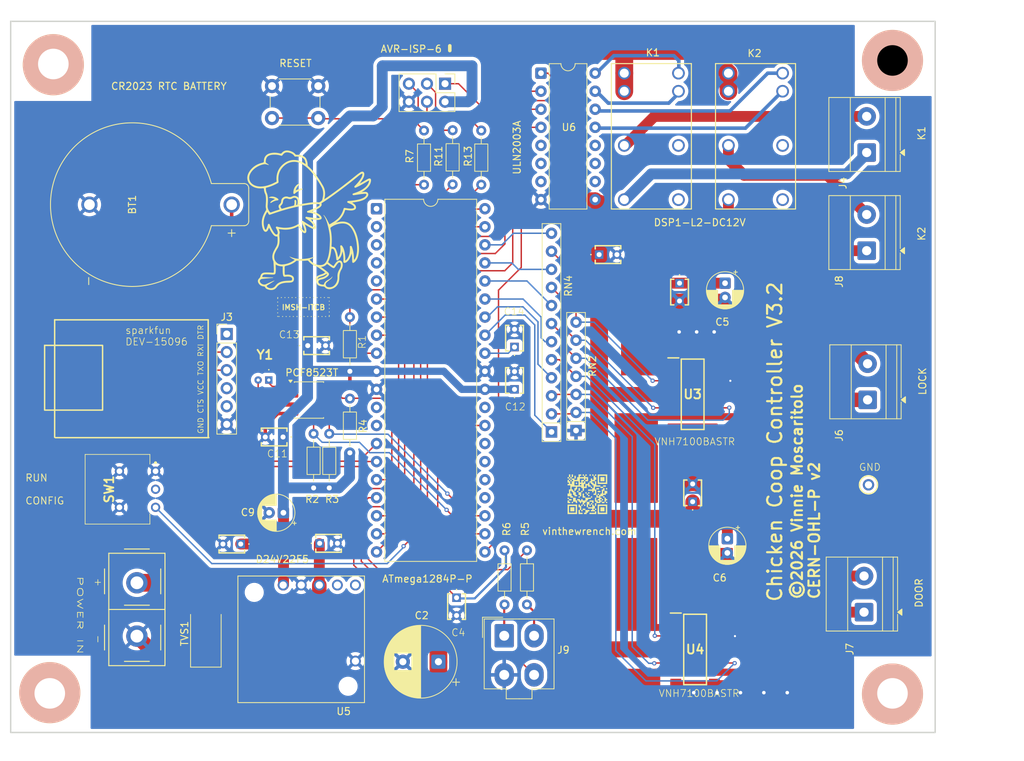
<source format=kicad_pcb>
(kicad_pcb (version 20241229) (generator "pcbnew") (generator_version "9.0")
  (layers (0 "F.Cu" signal) (2 "B.Cu" signal) (13 "F.Paste" user) (15 "B.Paste" user) (5 "F.SilkS" user "F.Silkscreen") (7 "B.SilkS" user "B.Silkscreen") (1 "F.Mask" user) (3 "B.Mask" user) (25 "Edge.Cuts" user))
  (net 0 "")
  (net 1 "Net-(J6-Pin_1)")
  (net 2 "+5V")
  (net 3 "Net-(J4-Pin_1)")
  (net 4 "Net-(J2-MOSI)")
  (net 5 "Net-(K1-RESET)")
  (net 7 "Net-(J2-~{RST})")
  (net 8 "Net-(J2-SCK)")
  (net 9 "/LED2")
  (net 10 "/LED1")
  (net 11 "/MOSI")
  (net 12 "/SDA")
  (net 13 "/CONFIG_SW")
  (net 14 "/SCL")
  (net 16 "/MISO")
  (net 18 "/{slash}RESET")
  (net 21 "/SCK")
  (net 23 "/RXD")
  (net 24 "Net-(J4-Pin_2)")
  (net 27 "/RTC_INT")
  (net 30 "/TXD")
  (net 31 "/LOCK_INA")
  (net 32 "/DOOR_INA")
  (net 33 "/LOCK_EN")
  (net 35 "/DOOR_EN")
  (net 36 "/DOOR_INB")
  (net 37 "/DOOR_SW")
  (net 38 "Net-(U2-VBAT)")
  (net 39 "Net-(J8-Pin_1)")
  (net 40 "Net-(J8-Pin_2)")
  (net 41 "GND")
  (net 42 "Net-(U2-OSCO)")
  (net 43 "Net-(U2-OSCI)")
  (net 45 "/LOCK_EXTEND")
  (net 46 "/DOOR_RETRACT")
  (net 47 "/DOOR_EXTEND")
  (net 49 "/LOCK_INB")
  (net 52 "+12V")
  (net 53 "Net-(K1-SET)")
  (net 56 "Net-(K2-RESET)")
  (net 57 "Net-(K2-SET)")
  (net 58 "/K1 SET")
  (net 59 "/K1 RESET")
  (net 60 "/K2 RESET")
  (net 61 "/K2 SET")
  (net 70 "Net-(RN2-R5)")
  (net 71 "Net-(RN2-R2)")
  (net 72 "Net-(RN2-R4)")
  (net 73 "Net-(RN2-R6)")
  (net 74 "Net-(RN2-R3)")
  (net 75 "Net-(RN2-R1)")
  (net 76 "Net-(U1-AREF)")
  (net 78 "Net-(J9-Pin_2)")
  (net 79 "Net-(J9-Pin_1)")
  (footprint "keystone 1066:BAT_1066" (layer "F.Cu") (at 69.205 51.275 90)
    (property "Reference" "BT1")
    (property "Value" "1066")
  )
  (footprint "MountingHole:MountingHole_4.3mm_M4_ISO7380" (layer "F.Cu") (at 176 120)
    (property "Reference" "REF**" (hide yes))
    (property "Value" "MountingHole_4.3mm_M4_ISO7380" (hide yes))
  )
  (footprint "RCER71H104K0DBH03A:RCER71H104K0DBH03A" (layer "F.Cu") (at 93.775 71.1)
    (property "Reference" "C13")
    (property "Value" ".1uf" (hide yes))
  )
  (footprint "Resistor_THT:R_Axial_DIN0204_L3.6mm_D1.6mm_P7.62mm_Horizontal" (layer "F.Cu") (at 99.7 86.17 90)
    (property "Reference" "R4")
    (property "Value" "10K")
  )
  (footprint "VNH7100BASTR:SOIC127P600X175-16N" (layer "F.Cu") (at 148.243 113.825)
    (property "Reference" "U4")
    (property "Value" "VNH7100BASTR")
  )
  (footprint "Capacitor_THT:CP_Radial_D5.0mm_P2.00mm" (layer "F.Cu") (at 152.455 62.32 -90)
    (property "Reference" "C5")
    (property "Value" "47uf")
  )
  (footprint "TerminalBlock_Phoenix:TerminalBlock_Phoenix_MKDS-1,5-2-5.08_1x02_P5.08mm_Horizontal" (layer "F.Cu") (at 172.37 43.95 90)
    (property "Reference" "J4")
    (property "Value" "K1")
  )
  (footprint "Keystone Testpoint:5000" (layer "F.Cu") (at 172.625 90.675)
    (property "Reference" "TP3" (hide yes))
    (property "Value" "GND")
  )
  (footprint "Resistor_THT:R_Array_SIP7" (layer "F.Cu") (at 131.5 83.04 90)
    (property "Reference" "RN2")
    (property "Value" "100K")
  )
  (footprint "Connector_PinHeader_2.54mm:PinHeader_1x06_P2.54mm_Vertical" (layer "F.Cu") (at 82.3799 69.468)
    (property "Reference" "J3")
    (property "Value" "Serial port")
  )
  (footprint "RCER71H104K0DBH03A:RCER71H104K0DBH03A" (layer "F.Cu") (at 134.75 58.3)
    (property "Reference" "C1" (hide yes))
    (property "Value" ".1uf" (hide yes))
  )
  (footprint "Package_DIP:DIP-40_W15.24mm" (layer "F.Cu") (at 103.45 51.85)
    (property "Reference" "U1" (hide yes))
    (property "Value" "ATmega1284P-P")
  )
  (footprint "D24V22F5:MODULE_5V_2.5A_STEP-DOWN_D24V22F5" (layer "F.Cu") (at 92.85 112.4 180)
    (property "Reference" "U5")
    (property "Value" "D24V22F5")
  )
  (footprint "Resistor_THT:R_Axial_DIN0204_L3.6mm_D1.6mm_P7.62mm_Horizontal" (layer "F.Cu") (at 124.6 99.89 -90)
    (property "Reference" "R5")
    (property "Value" "240Ω")
  )
  (footprint "RCER71H104K0DBH03A:RCER71H104K0DBH03A" (layer "F.Cu") (at 84.35 99 180)
    (property "Reference" "C10" (hide yes))
    (property "Value" ".1uf" (hide yes))
  )
  (footprint "RCER71H104K0DBH03A:RCER71H104K0DBH03A" (layer "F.Cu") (at 90.3 83.95 180)
    (property "Reference" "C11")
    (property "Value" ".1uf" (hide yes))
  )
  (footprint "Resistor_THT:R_Axial_DIN0204_L3.6mm_D1.6mm_P7.62mm_Horizontal" (layer "F.Cu") (at 96.8 91.11 90)
    (property "Reference" "R3")
    (property "Value" "4.7K" (hide yes))
  )
  (footprint "Resistor_THT:R_Array_SIP12" (layer "F.Cu") (at 128.05 83.24 90)
    (property "Reference" "RN4")
    (property "Value" "1K")
  )
  (footprint "DSP1-L2-DC12V:DSP1-L2-DC12V" (layer "F.Cu") (at 152.93 32.79)
    (property "Reference" "K2")
    (property "Value" "DSP1-L2-DC12V")
  )
  (footprint "Capacitor_THT:CP_Radial_D10.0mm_P5.00mm" (layer "F.Cu") (at 112.15 115.55 180)
    (property "Reference" "C2")
    (property "Value" "1000uf" (hide yes))
  )
  (footprint "MountingHole:MountingHole_4.3mm_M4_ISO7380" (layer "F.Cu") (at 176 31)
    (property "Reference" "REF**" (hide yes))
    (property "Value" "MountingHole_4.3mm_M4_ISO7380" (hide yes))
  )
  (footprint "RCER71H104K0DBH03A:RCER71H104K0DBH03A" (layer "F.Cu") (at 146.055 62.32 -90)
    (property "Reference" "C7" (hide yes))
    (property "Value" ".1uf" (hide yes))
  )
  (footprint "Resistor_THT:R_Axial_DIN0204_L3.6mm_D1.6mm_P7.62mm_Horizontal" (layer "F.Cu") (at 118.175 48.475 90)
    (property "Reference" "R13")
    (property "Value" "470Ω")
  )
  (footprint "Resistor_THT:R_Axial_DIN0204_L3.6mm_D1.6mm_P7.62mm_Horizontal" (layer "F.Cu") (at 114.15 48.435 90)
    (property "Reference" "R11")
    (property "Value" "470Ω")
  )
  (footprint "MountingHole:MountingHole_4.3mm_M4_ISO7380" (layer "F.Cu") (at 57.5 120)
    (property "Reference" "REF**" (hide yes))
    (property "Value" "MountingHole_4.3mm_M4_ISO7380" (hide yes))
  )
  (footprint "RCER71H104K0DBH03A:RCER71H104K0DBH03A" (layer "F.Cu") (at 122.85 77.25 90)
    (property "Reference" "C12")
    (property "Value" ".1uf" (hide yes))
  )
  (footprint "Capacitor_THT:CP_Radial_D5.0mm_P2.00mm" (layer "F.Cu") (at 152.78 98.25 -90)
    (property "Reference" "C6")
    (property "Value" "47uf")
  )
  (footprint "Package_SO:SOIC-8_3.9x4.9mm_P1.27mm" (layer "F.Cu") (at 93.95 78.75)
    (property "Reference" "U2" (hide yes))
    (property "Value" "PCF8523T")
  )
  (footprint "TerminalBlock_Phoenix:TerminalBlock_Phoenix_MKDS-1,5-2-5.08_1x02_P5.08mm_Horizontal" (layer "F.Cu") (at 172.37 57.75 90)
    (property "Reference" "J8")
    (property "Value" "K2")
  )
  (footprint "LOGO" (layer "F.Cu") (at 133.1 92 180)
    (property "Reference" "G***" (hide yes))
    (property "Value" "LOGO" (hide yes))
  )
  (footprint "VNH7100BASTR:SOIC127P600X175-16N" (layer "F.Cu") (at 147.897 77.945)
    (property "Reference" "U3")
    (property "Value" "VNH7100BASTR")
  )
  (footprint "Resistor_THT:R_Axial_DIN0204_L3.6mm_D1.6mm_P7.62mm_Horizontal" (layer "F.Cu") (at 94.6 91.11 90)
    (property "Reference" "R2")
    (property "Value" "4.7k" (hide yes))
  )
  (footprint "Resistor_THT:R_Axial_DIN0204_L3.6mm_D1.6mm_P7.62mm_Horizontal" (layer "F.Cu") (at 99.7 74.71 90)
    (property "Reference" "R1")
    (property "Value" "10K")
  )
  (footprint "Resistor_THT:R_Axial_DIN0204_L3.6mm_D1.6mm_P7.62mm_Horizontal" (layer "F.Cu") (at 110.125 48.475 90)
    (property "Reference" "R7")
    (property "Value" "470Ω")
  )
  (footprint "Diode_SMD:D_SMB_Handsoldering" (layer "F.Cu") (at 79.45 111.6 90)
    (property "Reference" "TVS1")
    (property "Value" "P6SMB18A")
  )
  (footprint "RCER71H104K0DBH03A:RCER71H104K0DBH03A" (layer "F.Cu") (at 95.45 98.9)
    (property "Reference" "C3" (hide yes))
    (property "Value" ".1uf" (hide yes))
  )
  (footprint "AARDVARK:chick" (layer "F.Cu") (at 93.309846 63.141465)
    (property "Reference" "REF**" (hide yes))
    (property "Value" "chick" (hide yes))
  )
  (footprint "TerminalBlock_Phoenix:TerminalBlock_Phoenix_MKDS-1,5-2-5.08_1x02_P5.08mm_Horizontal" (layer "F.Cu") (at 172 108.58 90)
    (property "Reference" "J7")
    (property "Value" "DOOR")
  )
  (footprint "Connector_Molex:Molex_Mini-Fit_Jr_5566-04A_2x02_P4.20mm_Vertical" (layer "F.Cu") (at 121.4 111.9)
    (property "Reference" "J9")
    (property "Value" "Mini‑Fit Jr")
  )
  (footprint "Resistor_THT:R_Axial_DIN0204_L3.6mm_D1.6mm_P7.62mm_Horizontal" (layer "F.Cu") (at 121.45 99.89 -90)
    (property "Reference" "R6")
    (property "Value" "220Ω")
  )
  (footprint "powerpole:powerpole" (layer "F.Cu") (at 69.75 108.2 -90)
    (property "Reference" "J1" (hide yes))
    (property "Value" "Power Pole" (hide yes))
  )
  (footprint "TerminalBlock_Phoenix:TerminalBlock_Phoenix_MKDS-1,5-2-5.08_1x02_P5.08mm_Horizontal" (layer "F.Cu") (at 172.5 78.725 90)
    (property "Reference" "J6")
    (property "Value" "LOCK")
  )
  (footprint "AS11CH SLIDE SW:AS11CH" (layer "F.Cu") (at 72.375 88.76 -90)
    (property "Reference" "SW1")
    (property "Value" "SW_SPST" (hide yes))
  )
  (footprint "Button_Switch_THT:SW_PUSH_6mm" (layer "F.Cu") (at 88.75 34.6)
    (property "Reference" "SW3" (hide yes))
    (property "Value" "RESET")
  )
  (footprint "Connector_PinHeader_2.54mm:PinHeader_2x03_P2.54mm_Vertical" (layer "F.Cu") (at 113.08 34.27 -90)
    (property "Reference" "J2" (hide yes))
    (property "Value" "AVR-ISP-6")
  )
  (footprint "MountingHole:MountingHole_4.3mm_M4_ISO7380" (layer "F.Cu") (at 58 31.5)
    (property "Reference" "REF**" (hide yes))
    (property "Value" "MountingHole_4.3mm_M4_ISO7380" (hide yes))
  )
  (footprint "AB26T-32.768KHZ:AB26T32768KHZ" (layer "F.Cu") (at 88.3 75.94 180)
    (property "Reference" "Y1")
    (property "Value" "AB26T-32.768KHZ" (hide yes))
  )
  (footprint "RCER71H104K0DBH03A:RCER71H104K0DBH03A" (layer "F.Cu") (at 114.7 106.55 -90)
    (property "Reference" "C4")
    (property "Value" ".1uf" (hide yes))
  )
  (footprint "RCER71H104K0DBH03A:RCER71H104K0DBH03A" (layer "F.Cu") (at 147.9 93.05 90)
    (property "Reference" "C8" (hide yes))
    (property "Value" ".1uf" (hide yes))
  )
  (footprint "RCER71H104K0DBH03A:RCER71H104K0DBH03A" (layer "F.Cu") (at 122.85 71.3 90)
    (property "Reference" "C14")
    (property "Value" ".1uf" (hide yes))
  )
  (footprint "Package_DIP:DIP-16_W7.62mm" (layer "F.Cu") (at 126.5696 32.7856)
    (property "Reference" "U6")
    (property "Value" "ULN2003A")
  )
  (footprint "DSP1-L2-DC12V:DSP1-L2-DC12V" (layer "F.Cu") (at 138.2839 32.79)
    (property "Reference" "K1")
    (property "Value" "DSP1-L2-DC12V")
  )
  (footprint "Capacitor_THT:CP_Radial_D5.0mm_P2.00mm" (layer "F.Cu") (at 90.35 94.6 180)
    (property "Reference" "C9")
    (property "Value" "47uf")
  )
  (gr_rect (start 144.5 82.15) (end 151.3 91.45) (stroke (width 0.2)) (fill yes) (layer "F.Cu") (net 41))
  (gr_rect (start 142.145 110.35) (end 144.46 111.11) (stroke (width 0.2)) (fill yes) (layer "F.Cu") (net 47))
  (gr_rect (start 154.6125 73.13) (end 156.05 75.17) (stroke (width 0.2)) (fill yes) (layer "F.Cu") (net 45))
  (gr_rect (start 134.84 116.64) (end 143.245 122.1875) (stroke (width 0.2)) (fill yes) (layer "F.Cu") (net 46))
  (gr_rect (start 131.71 112.785) (end 149.5175 114.84) (stroke (width 0.2)) (fill yes) (layer "F.Cu") (net 52))
  (gr_rect (start 144.65 74.4) (end 155.975 75.17) (stroke (width 0.2)) (fill yes) (layer "F.Cu") (net 45))
  (gr_rect (start 137.015 80.71) (end 142.92 93.115) (stroke (width 0.2)) (fill yes) (layer "F.Cu") (net 1))
  (gr_rect (start 144.2 99.65) (end 153.45 109.5) (stroke (width 0.2)) (fill yes) (layer "F.Cu") (net 41))
  (gr_rect (start 144.135 74.41) (end 152.095 75.18) (stroke (width 0.2)) (fill yes) (layer "F.Cu") (net 45))
  (gr_rect (start 156.8275 74.95) (end 163.7725 81.5) (stroke (width 0.2)) (fill yes) (layer "F.Cu") (net 1))
  (gr_rect (start 142.64 116.64) (end 144.955 117.4) (stroke (width 0.2)) (fill yes) (layer "F.Cu") (net 46))
  (gr_rect (start 148.88 114.20875) (end 151.68 114.84) (stroke (width 0.2)) (fill yes) (layer "F.Cu") (net 52))
  (gr_rect (start 144.955 116.64) (end 152.915 117.41) (stroke (width 0.2)) (fill yes) (layer "F.Cu") (net 46))
  (gr_rect (start 148.555 78.27875) (end 151.355 78.91) (stroke (width 0.2)) (fill yes) (layer "F.Cu") (net 52))
  (gr_rect (start 135.2275 77.017011) (end 149.085 78.91) (stroke (width 0.2)) (fill yes) (layer "F.Cu") (net 52))
  (gr_rect (start 155.07 109.28) (end 156.5 111.11) (stroke (width 0.2)) (fill yes) (layer "F.Cu") (net 47))
  (gr_rect (start 154.62 63.57) (end 163.305 73.13) (stroke (width 0.2)) (fill yes) (layer "F.Cu") (net 45))
  (gr_rect (start 144.46 110.34) (end 155.785 111.11) (stroke (width 0.2)) (fill yes) (layer "F.Cu") (net 47))
  (gr_rect (start 142.7 80.7) (end 163.745 81.49) (stroke (width 0.2)) (fill yes) (layer "F.Cu") (net 1))
  (gr_rect (start 155.07 99.72) (end 163.755 109.28) (stroke (width 0.2)) (fill yes) (layer "F.Cu") (net 47))
  (gr_rect (start 137.21 98.25) (end 142.82 111.11) (stroke (width 0.2)) (fill yes) (layer "F.Cu") (net 47))
  (gr_rect (start 148.1925 116.63) (end 164.2325 117.41) (stroke (width 0.2)) (fill yes) (layer "F.Cu") (net 46))
  (gr_rect (start 137.935 63.995) (end 142.495 75.18) (stroke (width 0.2)) (fill yes) (layer "F.Cu") (net 45))
  (gr_rect (start 157.3275 111.005) (end 164.2725 117.405) (stroke (width 0.2)) (fill yes) (layer "F.Cu") (net 46))
  (gr_rect (start 143.6 63.9) (end 153.05 73.55) (stroke (width 0.2)) (fill yes) (layer "F.Cu") (net 41))
  (gr_rect (start 144.85 118.25) (end 164.35 122.25) (stroke (width 0.2)) (fill yes) (layer "F.Cu") (net 41))
  (gr_rect (start 141.82 74.42) (end 144.135 75.18) (stroke (width 0.2)) (fill yes) (layer "F.Cu") (net 45))
  (gr_circle (center 57.5 119.9) (end 61.7 119.9) (stroke (width 0.2)) (fill yes) (layer "F.SilkS"))
  (gr_line (start 58.1849 67.478) (end 79.7749 67.478) (stroke (width 0.2032)) (layer "F.SilkS"))
  (gr_line (start 113.75 29.61) (end 113.75 28.94) (stroke (width 0.5)) (layer "F.SilkS"))
  (gr_circle (center 176 120.1) (end 180.2 120.1) (stroke (width 0.2)) (fill yes) (layer "F.SilkS"))
  (gr_line (start 79.87 84.04) (end 58.28 84.04) (stroke (width 0.2032)) (layer "F.SilkS"))
  (gr_line (start 79.7749 67.478) (end 79.7749 83.988) (stroke (width 0.2032)) (layer "F.SilkS"))
  (gr_circle (center 58 31.6) (end 62.2 31.6) (stroke (width 0.2)) (fill yes) (layer "F.SilkS"))
  (gr_line (start 58.1849 83.988) (end 58.1849 67.478) (stroke (width 0.2032)) (layer "F.SilkS"))
  (gr_circle (center 176 31) (end 180.2 31) (stroke (width 0.2)) (fill yes) (layer "F.SilkS"))
  (gr_rect (start 56.7739 71.067) (end 64.9239 80.167) (stroke (width 0.2)) (fill no) (layer "F.SilkS"))
  (gr_circle (center 176 31) (end 180.2 31) (stroke (width 0.2)) (fill yes) (layer "B.SilkS"))
  (gr_circle (center 58 31.6) (end 62.2 31.6) (stroke (width 0.2)) (fill yes) (layer "B.SilkS"))
  (gr_circle (center 57.5 119.9) (end 61.7 119.9) (stroke (width 0.2)) (fill yes) (layer "B.SilkS"))
  (gr_circle (center 176 120.1) (end 180.2 120.1) (stroke (width 0.2)) (fill yes) (layer "B.SilkS"))
  (gr_rect (start 52 25.5) (end 182 125.5) (stroke (width 0.2)) (fill no) (layer "Edge.Cuts"))
  (gr_text "sparkfun\nDEV-15096 " (at 68.07 71.14 0) (layer "F.SilkS") (effects (font (size 1 1) (thickness 0.1)) (justify left bottom)))
  (gr_text "vinthewrench.com" (at 140.1 97.8 0) (layer "F.SilkS") (effects (font (size 1 1)) (justify right bottom)))
  (gr_text "POWER IN" (at 61.3 103.4 270) (layer "F.SilkS") (effects (font (size 0.7634 1.5) (thickness 0.1016)) (justify left bottom)))
  (gr_text "RUN\n\nCONFIG" (at 54 93.5 0) (layer "F.SilkS") (effects (font (size 1 1) (thickness 0.125)) (justify left bottom)))
  (gr_text "GND CTS VCC TXO RXI DTR" (at 79.16 75.84 90) (layer "F.SilkS") (effects (font (size 0.75 0.75) (thickness 0.09)) (justify bottom)))
  (gr_text "Chicken Coop Controller V3.2" (at 160.625 61.95 90) (layer "F.SilkS") (effects (font (size 2 2) (thickness 0.3) (bold yes)) (justify right bottom)))
  (gr_text "©2026 Vinnie Moscaritolo\nCERN-OHL-P v2\n" (at 165.88 106.902385 90) (layer "F.SilkS") (effects (font (size 1.5 1.5) (thickness 0.3) (bold yes)) (justify left bottom)))
  (gr_text_box "IMSH-ITCB " (start 89.547851 64.34389) (end 96.80215 67.00611) (margins 1.0025 1.0025 1.0025 1.0025) (layer "F.SilkS") (effects (font (size 0.746 0.746) (thickness 0.15) (bold yes)) (justify top)) (border yes) (stroke (width 0.12) (type dot)))
  (segment (start 172.5 78.725) (end 160.79 78.725) (width 2.032) (layer "F.Cu") (net 1))
  (segment (start 160.79 78.725) (end 160.31 78.245) (width 2.032) (layer "F.Cu") (net 1))
  (segment (start 99.02 76.83) (end 99.7 76.15) (width 0.5) (layer "F.Cu") (net 2))
  (segment (start 90.37 99) (end 84.35 99) (width 1.524) (layer "F.Cu") (net 2))
  (segment (start 90.37 94.77) (end 90.2 94.6) (width 0.5) (layer "F.Cu") (net 2))
  (segment (start 90.37 99) (end 90.37 94.77) (width 1.524) (layer "F.Cu") (net 2))
  (segment (start 96.775 76.83) (end 99.02 76.83) (width 0.5) (layer "F.Cu") (net 2))
  (segment (start 90.32 104.77) (end 90.37 104.72) (width 1.524) (layer "F.Cu") (net 2))
  (segment (start 99.7 76.15) (end 99.7 74.71) (width 0.5) (layer "F.Cu") (net 2))
  (segment (start 90.37 104.72) (end 90.37 99) (width 1.524) (layer "F.Cu") (net 2))
  (segment (start 90.385 91.11) (end 90.35 91.075) (width 1.524) (layer "B.Cu") (net 2))
  (segment (start 99.85 38.8) (end 102.975 38.8) (width 1.524) (layer "B.Cu") (net 2))
  (segment (start 94.6 91.11) (end 96.8 91.11) (width 1.524) (layer "B.Cu") (net 2))
  (segment (start 98.14 91.11) (end 99.65 89.6) (width 1.524) (layer "B.Cu") (net 2))
  (segment (start 93.75 44.75) (end 93.75 78.32) (width 1.524) (layer "B.Cu") (net 2))
  (segment (start 112.91 74.71) (end 103.45 74.71) (width 1.016) (layer "B.Cu") (net 2))
  (segment (start 103.45 74.71) (end 99.7 74.71) (width 1.524) (layer "B.Cu") (net 2))
  (segment (start 104.3 31.75) (end 116.875 31.75) (width 1.524) (layer "B.Cu") (net 2))
  (segment (start 99.65 89.6) (end 99.65 86.22) (width 1.524) (layer "B.Cu") (net 2))
  (segment (start 90.35 91.075) (end 90.35 81.72) (width 1.524) (layer "B.Cu") (net 2))
  (segment (start 93.965 74.71) (end 93.75 74.925) (width 1.524) (layer "B.Cu") (net 2))
  (segment (start 96.8 91.11) (end 98.14 91.11) (width 1.524) (layer "B.Cu") (net 2))
  (segment (start 118.69 77.25) (end 122.85 77.25) (width 1.016) (layer "B.Cu") (net 2))
  (segment (start 102.975 38.8) (end 104.25 37.525) (width 1.524) (layer "B.Cu") (net 2))
  (segment (start 93.965 74.71) (end 99.7 74.71) (width 1.524) (layer "B.Cu") (net 2))
  (segment (start 116.31 36.81) (end 113.08 36.81) (width 1.524) (layer "B.Cu") (net 2))
  (segment (start 99.7 38.8) (end 93.75 44.75) (width 1.524) (layer "B.Cu") (net 2))
  (segment (start 99.65 86.22) (end 99.7 86.17) (width 1.524) (layer "B.Cu") (net 2))
  (segment (start 116.875 31.75) (end 116.875 36.325) (width 1.524) (layer "B.Cu") (net 2))
  (segment (start 116.52 36.6) (end 116.31 36.81) (width 1.524) (layer "B.Cu") (net 2))
  (segment (start 104.25 31.8) (end 104.3 31.75) (width 1.524) (layer "B.Cu") (net 2))
  (segment (start 116.6 36.6) (end 116.52 36.6) (width 1.524) (layer "B.Cu") (net 2))
  (segment (start 94.6 91.11) (end 90.385 91.11) (width 1.524) (layer "B.Cu") (net 2))
  (segment (start 93.75 74.925) (end 93.75 78.32) (width 1.524) (layer "B.Cu") (net 2))
  (segment (start 115.45 77.25) (end 118.69 77.25) (width 1.016) (layer "B.Cu") (net 2))
  (segment (start 93.75 78.32) (end 90.35 81.72) (width 1.524) (layer "B.Cu") (net 2))
  (segment (start 90.35 94.6) (end 90.35 91.075) (width 1.524) (layer "B.Cu") (net 2))
  (segment (start 116.875 36.325) (end 116.6 36.6) (width 1.524) (layer "B.Cu") (net 2))
  (segment (start 104.25 37.525) (end 104.25 31.8) (width 1.524) (layer "B.Cu") (net 2))
  (segment (start 115.45 77.25) (end 112.91 74.71) (width 1.016) (layer "B.Cu") (net 2))
  (segment (start 169.55 46.95) (end 172.5 44) (width 1.524) (layer "B.Cu") (net 3))
  (segment (start 142.0839 46.95) (end 169.55 46.95) (width 1.524) (layer "B.Cu") (net 3))
  (segment (start 138.2839 50.57) (end 138.4639 50.57) (width 1.524) (layer "B.Cu") (net 3))
  (segment (start 138.4639 50.57) (end 142.0839 46.95) (width 1.524) (layer "B.Cu") (net 3))
  (segment (start 110.54 36.81) (end 110.54 38.765) (width 0.2) (layer "F.Cu") (net 4))
  (segment (start 112.59 40.815) (end 114.15 40.815) (width 0.2) (layer "F.Cu") (net 4))
  (segment (start 110.54 38.765) (end 112.59 40.815) (width 0.2) (layer "F.Cu") (net 4))
  (segment (start 134.3557 35.3256) (end 136.0301 37) (width 0.5) (layer "B.Cu") (net 5))
  (segment (start 134.1896 35.3256) (end 134.3557 35.3256) (width 0.5) (layer "B.Cu") (net 5))
  (segment (start 136.0301 37) (end 144.55 37) (width 0.5) (layer "B.Cu") (net 5))
  (segment (start 144.55 37) (end 146.145 35.405) (width 0.5) (layer "B.Cu") (net 5))
  (segment (start 109.3 40.03) (end 110.125 40.855) (width 0.2) (layer "F.Cu") (net 7))
  (segment (start 109.3 35.57) (end 109.3 40.03) (width 0.2) (layer "F.Cu") (net 7))
  (segment (start 108 34.27) (end 109.3 35.57) (width 0.2) (layer "F.Cu") (net 7))
  (segment (start 112.65 38.625) (end 115.945 38.625) (width 0.2) (layer "F.Cu") (net 8))
  (segment (start 111.75 35.48) (end 111.75 37.725) (width 0.2) (layer "F.Cu") (net 8))
  (segment (start 110.54 34.27) (end 111.75 35.48) (width 0.2) (layer "F.Cu") (net 8))
  (segment (start 115.945 38.625) (end 118.175 40.855) (width 0.2) (layer "F.Cu") (net 8))
  (segment (start 111.75 37.725) (end 112.65 38.625) (width 0.2) (layer "F.Cu") (net 8))
  (segment (start 110.85 68.3) (end 107.4 71.75) (width 0.2) (layer "F.Cu") (net 9))
  (segment (start 118.69 54.39) (end 113.81 54.39) (width 0.2) (layer "F.Cu") (net 9))
  (segment (start 101.95 93.95) (end 101.95 100.8) (width 0.2) (layer "F.Cu") (net 9))
  (segment (start 107.4 91.3) (end 104.95 93.75) (width 0.2) (layer "F.Cu") (net 9))
  (segment (start 103.75 102.6) (end 121.89 102.6) (width 0.2) (layer "F.Cu") (net 9))
  (segment (start 104.95 93.75) (end 102.15 93.75) (width 0.2) (layer "F.Cu") (net 9))
  (segment (start 107.4 71.75) (end 107.4 91.3) (width 0.2) (layer "F.Cu") (net 9))
  (segment (start 121.89 102.6) (end 124.6 99.89) (width 0.2) (layer "F.Cu") (net 9))
  (segment (start 110.85 57.35) (end 110.85 68.3) (width 0.2) (layer "F.Cu") (net 9))
  (segment (start 113.81 54.39) (end 110.85 57.35) (width 0.2) (layer "F.Cu") (net 9))
  (segment (start 102.15 93.75) (end 101.95 93.95) (width 0.2) (layer "F.Cu") (net 9))
  (segment (start 101.95 100.8) (end 103.75 102.6) (width 0.2) (layer "F.Cu") (net 9))
  (segment (start 106.55 90.05) (end 105.4 91.2) (width 0.2) (layer "F.Cu") (net 10))
  (segment (start 118.69 51.85) (end 118.64 51.9) (width 0.2) (layer "F.Cu") (net 10))
  (segment (start 118.64 51.9) (end 114.3 51.9) (width 0.2) (layer "F.Cu") (net 10))
  (segment (start 114.3 51.9) (end 110 56.2) (width 0.2) (layer "F.Cu") (net 10))
  (segment (start 106.55 71.45) (end 106.55 90.05) (width 0.2) (layer "F.Cu") (net 10))
  (segment (start 117.8 114.75) (end 122.95 114.75) (width 0.2) (layer "F.Cu") (net 10))
  (segment (start 102.55 91.2) (end 100.25 93.5) (width 0.2) (layer "F.Cu") (net 10))
  (segment (start 110 56.2) (end 110 68) (width 0.2) (layer "F.Cu") (net 10))
  (segment (start 100.25 101.975) (end 104.7 106.425) (width 0.2) (layer "F.Cu") (net 10))
  (segment (start 109.475 106.425) (end 117.8 114.75) (width 0.2) (layer "F.Cu") (net 10))
  (segment (start 110 68) (end 106.55 71.45) (width 0.2) (layer "F.Cu") (net 10))
  (segment (start 100.25 93.5) (end 100.25 101.975) (width 0.2) (layer "F.Cu") (net 10))
  (segment (start 104.7 106.425) (end 109.475 106.425) (width 0.2) (layer "F.Cu") (net 10))
  (segment (start 122.95 114.75) (end 125.6 117.4) (width 0.2) (layer "F.Cu") (net 10))
  (segment (start 105.4 91.2) (end 102.55 91.2) (width 0.2) (layer "F.Cu") (net 10))
  (segment (start 107.3 63.4) (end 107.3 55.285) (width 0.2) (layer "F.Cu") (net 11))
  (segment (start 106.15 64.55) (end 107.3 63.4) (width 0.2) (layer "F.Cu") (net 11))
  (segment (start 103.45 64.55) (end 106.15 64.55) (width 0.2) (layer "F.Cu") (net 11))
  (segment (start 107.3 55.285) (end 114.15 48.435) (width 0.2) (layer "F.Cu") (net 11))
  (segment (start 118.69 95.03) (end 116.53 95.03) (width 0.2) (layer "F.Cu") (net 12))
  (segment (start 96.8 82.25) (end 96.425 81.875) (width 0.2) (layer "F.Cu") (net 12))
  (segment (start 116.53 95.03) (end 113.4125 91.9125) (width 0.2) (layer "F.Cu") (net 12))
  (segment (start 96.425 81.875) (end 96.425 80.99) (width 0.2) (layer "F.Cu") (net 12))
  (segment (start 96.8 82.78) (end 96.8 82.25) (width 0.2) (layer "F.Cu") (net 12))
  (via (at 113.4125 91.9125) (size 0.6) (drill 0.3) (layers "F.Cu" "B.Cu") (net 12))
  (segment (start 96.86 83.55) (end 96.8 83.49) (width 0.2) (layer "B.Cu") (net 12))
  (segment (start 113.4125 91.9125) (end 105.05 83.55) (width 0.2) (layer "B.Cu") (net 12))
  (segment (start 105.05 83.55) (end 96.86 83.55) (width 0.2) (layer "B.Cu") (net 12))
  (segment (start 96.8 83.49) (end 96.9 83.49) (width 0.2) (layer "B.Cu") (net 12))
  (segment (start 116.57 82.33) (end 118.69 82.33) (width 0.2) (layer "F.Cu") (net 13))
  (segment (start 112.05 94.5) (end 112.05 86.85) (width 0.2) (layer "F.Cu") (net 13))
  (segment (start 107.25 99.3) (end 112.05 94.5) (width 0.2) (layer "F.Cu") (net 13))
  (segment (start 112.05 86.85) (end 116.57 82.33) (width 0.2) (layer "F.Cu") (net 13))
  (via (at 107.25 99.3) (size 0.6) (drill 0.3) (layers "F.Cu" "B.Cu") (net 13))
  (segment (start 104.95 101.75) (end 107.25 99.45) (width 0.2) (layer "B.Cu") (net 13))
  (segment (start 72.375 93.84) (end 80.285 101.75) (width 0.2) (layer "B.Cu") (net 13))
  (segment (start 80.285 101.75) (end 104.95 101.75) (width 0.2) (layer "B.Cu") (net 13))
  (segment (start 107.25 99.45) (end 107.25 99.3) (width 0.2) (layer "B.Cu") (net 13))
  (segment (start 94.6 82.78) (end 94.6 79.95) (width 0.2) (layer "F.Cu") (net 14))
  (segment (start 116.67 97.57) (end 118.69 97.57) (width 0.2) (layer "F.Cu") (net 14))
  (segment (start 94.6 79.95) (end 95.18 79.37) (width 0.2) (layer "F.Cu") (net 14))
  (segment (start 95.18 79.37) (end 96.775 79.37) (width 0.2) (layer "F.Cu") (net 14))
  (segment (start 113.3 94.2) (end 116.67 97.57) (width 0.2) (layer "F.Cu") (net 14))
  (via (at 113.3 94.2) (size 0.6) (drill 0.3) (layers "F.Cu" "B.Cu") (net 14))
  (segment (start 105.25 86.15) (end 113.3 94.2) (width 0.2) (layer "B.Cu") (net 14))
  (segment (start 95.81 84.7) (end 101.05 84.7) (width 0.2) (layer "B.Cu") (net 14))
  (segment (start 94.6 83.49) (end 95.81 84.7) (width 0.2) (layer "B.Cu") (net 14))
  (segment (start 94.43 83.32) (end 94.26 83.49) (width 0.2) (layer "B.Cu") (net 14))
  (segment (start 101.05 84.7) (end 102.5 86.15) (width 0.2) (layer "B.Cu") (net 14))
  (segment (start 102.5 86.15) (end 105.25 86.15) (width 0.2) (layer "B.Cu") (net 14))
  (segment (start 94.26 83.49) (end 94.6 83.49) (width 0.2) (layer "B.Cu") (net 14))
  (segment (start 113.149 50.526) (end 115.124 50.526) (width 0.2) (layer "F.Cu") (net 16))
  (segment (start 114.97 34.27) (end 113.08 34.27) (width 0.2) (layer "F.Cu") (net 16))
  (segment (start 108.05 55.625) (end 113.149 50.526) (width 0.2) (layer "F.Cu") (net 16))
  (segment (start 116.65 46.825) (end 119.675 43.8) (width 0.2) (layer "F.Cu") (net 16))
  (segment (start 116.65 49) (end 116.65 46.825) (width 0.2) (layer "F.Cu") (net 16))
  (segment (start 107.26 67.09) (end 108.05 66.3) (width 0.2) (layer "F.Cu") (net 16))
  (segment (start 119.675 43.8) (end 119.675 38.975) (width 0.2) (layer "F.Cu") (net 16))
  (segment (start 103.45 67.09) (end 107.26 67.09) (width 0.2) (layer "F.Cu") (net 16))
  (segment (start 108.05 66.3) (end 108.05 55.625) (width 0.2) (layer "F.Cu") (net 16))
  (segment (start 115.124 50.526) (end 116.65 49) (width 0.2) (layer "F.Cu") (net 16))
  (segment (start 119.675 38.975) (end 114.97 34.27) (width 0.2) (layer "F.Cu") (net 16))
  (segment (start 99.7 65.3) (end 99.7 70.35) (width 0.2) (layer "F.Cu") (net 18))
  (segment (start 95.35 39.2) (end 104.45 39.2) (width 0.2) (layer "F.Cu") (net 18))
  (segment (start 101.75 63.25) (end 99.7 65.3) (width 0.2) (layer "F.Cu") (net 18))
  (segment (start 99.7 70.35) (end 101.52 72.17) (width 0.2) (layer "F.Cu") (net 18))
  (segment (start 95.25 39.1) (end 95.35 39.2) (width 0.2) (layer "F.Cu") (net 18))
  (segment (start 106.5 62.05) (end 105.3 63.25) (width 0.2) (layer "F.Cu") (net 18))
  (segment (start 88.75 39.1) (end 95.25 39.1) (width 0.2) (layer "F.Cu") (net 18))
  (segment (start 110.125 48.475) (end 106.925 48.475) (width 0.2) (layer "F.Cu") (net 18))
  (segment (start 104.45 39.2) (end 106.5 41.25) (width 0.2) (layer "F.Cu") (net 18))
  (segment (start 105.3 63.25) (end 101.75 63.25) (width 0.2) (layer "F.Cu") (net 18))
  (segment (start 106.5 48.9) (end 106.5 62.05) (width 0.2) (layer "F.Cu") (net 18))
  (segment (start 106.925 48.475) (end 106.5 48.9) (width 0.2) (layer "F.Cu") (net 18))
  (segment (start 101.52 72.17) (end 103.45 72.17) (width 0.2) (layer "F.Cu") (net 18))
  (segment (start 106.5 41.25) (end 106.5 48.9) (width 0.2) (layer "F.Cu") (net 18))
  (segment (start 108.95 67.05) (end 108.95 55.825) (width 0.2) (layer "F.Cu") (net 21))
  (segment (start 108.95 55.825) (end 113.675 51.1) (width 0.2) (layer "F.Cu") (net 21))
  (segment (start 106.35 69.65) (end 108.95 67.05) (width 0.2) (layer "F.Cu") (net 21))
  (segment (start 103.45 69.63) (end 106.33 69.63) (width 0.2) (layer "F.Cu") (net 21))
  (segment (start 115.55 51.1) (end 118.175 48.475) (width 0.2) (layer "F.Cu") (net 21))
  (segment (start 106.33 69.63) (end 106.35 69.65) (width 0.2) (layer "F.Cu") (net 21))
  (segment (start 113.675 51.1) (end 115.55 51.1) (width 0.2) (layer "F.Cu") (net 21))
  (segment (start 80.652 74.548) (end 82.3799 74.548) (width 0.2) (layer "F.Cu") (net 23))
  (segment (start 79.8 75.4) (end 80.652 74.548) (width 0.2) (layer "F.Cu") (net 23))
  (segment (start 103.45 84.87) (end 100.97 87.35) (width 0.2) (layer "F.Cu") (net 23))
  (segment (start 79.8 84.25) (end 79.8 75.4) (width 0.2) (layer "F.Cu") (net 23))
  (segment (start 82.9 87.35) (end 79.8 84.25) (width 0.2) (layer "F.Cu") (net 23))
  (segment (start 100.97 87.35) (end 82.9 87.35) (width 0.2) (layer "F.Cu") (net 23))
  (segment (start 138.6625 42.72) (end 142.5125 38.87) (width 1.524) (layer "F.Cu") (net 24))
  (segment (start 142.5125 38.87) (end 172.37 38.87) (width 1.524) (layer "F.Cu") (net 24))
  (segment (start 105.6 79.05) (end 105.6 89.25) (width 0.2) (layer "F.Cu") (net 27))
  (segment (start 104.9 89.95) (end 103.45 89.95) (width 0.2) (layer "F.Cu") (net 27))
  (segment (start 105.05 78.5) (end 105.6 79.05) (width 0.2) (layer "F.Cu") (net 27))
  (segment (start 98.65 78.5) (end 105.05 78.5) (width 0.2) (layer "F.Cu") (net 27))
  (segment (start 96.775 78.1) (end 98.25 78.1) (width 0.2) (layer "F.Cu") (net 27))
  (segment (start 98.25 78.1) (end 98.65 78.5) (width 0.2) (layer "F.Cu") (net 27))
  (segment (start 105.6 89.25) (end 104.9 89.95) (width 0.2) (layer "F.Cu") (net 27))
  (segment (start 102.05 87.4) (end 101.35 88.1) (width 0.2) (layer "F.Cu") (net 30))
  (segment (start 78.9 74.15) (end 81.042 72.008) (width 0.2) (layer "F.Cu") (net 30))
  (segment (start 81.95 88.1) (end 78.9 85.05) (width 0.2) (layer "F.Cu") (net 30))
  (segment (start 101.35 88.1) (end 81.95 88.1) (width 0.2) (layer "F.Cu") (net 30))
  (segment (start 78.9 85.05) (end 78.9 74.15) (width 0.2) (layer "F.Cu") (net 30))
  (segment (start 103.44 87.4) (end 102.05 87.4) (width 0.2) (layer "F.Cu") (net 30))
  (segment (start 81.042 72.008) (end 82.3799 72.008) (width 0.2) (layer "F.Cu") (net 30))
  (segment (start 103.45 87.41) (end 103.44 87.4) (width 0.2) (layer "F.Cu") (net 30))
  (segment (start 122.7 55.3) (end 128.05 55.3) (width 0.2) (layer "B.Cu") (net 31))
  (segment (start 118.69 56.93) (end 121.07 56.93) (width 0.2) (layer "B.Cu") (net 31))
  (segment (start 121.07 56.93) (end 122.7 55.3) (width 0.2) (layer "B.Cu") (net 31))
  (segment (start 127.14 70.54) (end 126.6 70) (width 0.2) (layer "B.Cu") (net 32))
  (segment (start 126.6 67.1) (end 124.05 64.55) (width 0.2) (layer "B.Cu") (net 32))
  (segment (start 124.05 64.55) (end 118.69 64.55) (width 0.2) (layer "B.Cu") (net 32))
  (segment (start 126.6 70) (end 126.6 67.1) (width 0.2) (layer "B.Cu") (net 32))
  (segment (start 128.05 70.54) (end 127.14 70.54) (width 0.2) (layer "B.Cu") (net 32))
  (segment (start 124.6 62.01) (end 118.69 62.01) (width 0.2) (layer "B.Cu") (net 33))
  (segment (start 128.05 65.46) (end 124.6 62.01) (width 0.2) (layer "B.Cu") (net 33))
  (segment (start 125.7 80.89) (end 125.7 68.2) (width 0.2) (layer "B.Cu") (net 35))
  (segment (start 125.7 68.2) (end 124.3 66.8) (width 0.2) (layer "B.Cu") (net 35))
  (segment (start 124.3 66.8) (end 121.535 66.8) (width 0.2) (layer "B.Cu") (net 35))
  (segment (start 128.05 83.24) (end 125.7 80.89) (width 0.2) (layer "B.Cu") (net 35))
  (segment (start 118.705 69.63) (end 118.69 69.63) (width 0.2) (layer "B.Cu") (net 35))
  (segment (start 121.535 66.8) (end 118.705 69.63) (width 0.2) (layer "B.Cu") (net 35))
  (segment (start 126.15 73.72) (end 128.05 75.62) (width 0.2) (layer "B.Cu") (net 36))
  (segment (start 126.15 67.75) (end 126.15 73.72) (width 0.2) (layer "B.Cu") (net 36))
  (segment (start 118.69 67.09) (end 119.01 67.09) (width 0.2) (layer "B.Cu") (net 36))
  (segment (start 120.45 65.65) (end 124.05 65.65) (width 0.2) (layer "B.Cu") (net 36))
  (segment (start 124.05 65.65) (end 126.15 67.75) (width 0.2) (layer "B.Cu") (net 36))
  (segment (start 119.01 67.09) (end 120.45 65.65) (width 0.2) (layer "B.Cu") (net 36))
  (segment (start 112.575 104.425) (end 114.8 106.65) (width 0.2) (layer "F.Cu") (net 37))
  (segment (start 101.3 93.50863) (end 101.3 101.425) (width 0.2) (layer "F.Cu") (net 37))
  (segment (start 103.45 92.49) (end 102.31863 92.49) (width 0.2) (layer "F.Cu") (net 37))
  (segment (start 102.31863 92.49) (end 101.3 93.50863) (width 0.2) (layer "F.Cu") (net 37))
  (segment (start 104.3 104.425) (end 112.575 104.425) (width 0.2) (layer "F.Cu") (net 37))
  (segment (start 101.3 101.425) (end 104.3 104.425) (width 0.2) (layer "F.Cu") (net 37))
  (segment (start 117.25 106.65) (end 121.65 102.25) (width 0.3) (layer "B.Cu") (net 37))
  (segment (start 114.8 106.65) (end 117.25 106.65) (width 0.3) (layer "B.Cu") (net 37))
  (segment (start 121.65 102.25) (end 121.65 100.09) (width 0.3) (layer "B.Cu") (net 37))
  (segment (start 114.7 106.55) (end 114.8 106.65) (width 0.3) (layer "B.Cu") (net 37))
  (segment (start 87.335 79.385) (end 84.825 76.875) (width 0.5) (layer "F.Cu") (net 38))
  (segment (start 84.825 76.875) (end 84.825 62.175) (width 0.5) (layer "F.Cu") (net 38))
  (segment (start 83.075 60.425) (end 83.075 51.275) (width 0.5) (layer "F.Cu") (net 38))
  (segment (start 91.475 79.385) (end 87.335 79.385) (width 0.5) (layer "F.Cu") (net 38))
  (segment (start 84.825 62.175) (end 83.075 60.425) (width 0.5) (layer "F.Cu") (net 38))
  (segment (start 152.93 52.5575) (end 158.1225 57.75) (width 1.524) (layer "F.Cu") (net 39))
  (segment (start 152.93 50.57) (end 152.93 52.5575) (width 1.524) (layer "F.Cu") (net 39))
  (segment (start 158.1225 57.75) (end 172.37 57.75) (width 1.524) (layer "F.Cu") (net 39))
  (segment (start 166.85 47.15) (end 172.37 52.67) (width 1.524) (layer "F.Cu") (net 40))
  (segment (start 152.93 42.95) (end 152.93 44.9375) (width 1.524) (layer "F.Cu") (net 40))
  (segment (start 152.93 44.9375) (end 155.1425 47.15) (width 1.524) (layer "F.Cu") (net 40))
  (segment (start 155.1425 47.15) (end 166.85 47.15) (width 1.524) (layer "F.Cu") (net 40))
  (segment (start 87.8 82.4) (end 87.8 83.95) (width 0.5) (layer "F.Cu") (net 41))
  (segment (start 72.1 114.3) (end 79.45 114.3) (width 2.04) (layer "F.Cu") (net 41))
  (segment (start 89.545 80.655) (end 87.8 82.4) (width 0.5) (layer "F.Cu") (net 41))
  (segment (start 69.75 111.95) (end 72.1 114.3) (width 2.04) (layer "F.Cu") (net 41))
  (segment (start 153.85 111.95) (end 150.985 111.95) (width 0.3) (layer "F.Cu") (net 41))
  (segment (start 150.619 76.05) (end 150.609 76.04) (width 0.3) (layer "F.Cu") (net 41))
  (segment (start 150.985 111.95) (end 150.955 111.92) (width 0.3) (layer "F.Cu") (net 41))
  (segment (start 91.475 80.655) (end 89.545 80.655) (width 0.5) (layer "F.Cu") (net 41))
  (segment (start 153.2 76.05) (end 150.619 76.05) (width 0.3) (layer "F.Cu") (net 41))
  (via (at 161.2 119.9) (size 0.8) (drill 0.5) (layers "F.Cu" "B.Cu") (net 41))
  (via (at 154.625 119.9) (size 0.8) (drill 0.5) (layers "F.Cu" "B.Cu") (net 41))
  (via (at 153.2 76.05) (size 0.6) (drill 0.3) (layers "F.Cu" "B.Cu") (net 41))
  (via (at 148.05 119.9) (size 0.8) (drill 0.5) (layers "F.Cu" "B.Cu") (net 41))
  (via (at 146 69.175) (size 0.8) (drill 0.5) (layers "F.Cu" "B.Cu") (net 41))
  (via (at 151.3375 119.9) (size 0.8) (drill 0.5) (layers "F.Cu" "B.Cu") (net 41))
  (via (at 153.85 111.95) (size 0.6) (drill 0.3) (layers "F.Cu" "B.Cu") (net 41))
  (via (at 150.925 69.175) (size 0.8) (drill 0.5) (layers "F.Cu" "B.Cu") (net 41))
  (via (at 157.9125 119.9) (size 0.8) (drill 0.5) (layers "F.Cu" "B.Cu") (net 41))
  (via (at 148.4625 69.175) (size 0.8) (drill 0.5) (layers "F.Cu" "B.Cu") (net 41))
  (segment (start 86.8 77) (end 87.9 78.1) (width 0.2) (layer "F.Cu") (net 42))
  (segment (start 87.9 78.1) (end 91.825 78.1) (width 0.2) (layer "F.Cu") (net 42))
  (segment (start 86.8 75.94) (end 86.8 77) (width 0.2) (layer "F.Cu") (net 42))
  (segment (start 88.795 76.845) (end 88.3 76.35) (width 0.2) (layer "F.Cu") (net 43))
  (segment (start 91.475 76.845) (end 88.795 76.845) (width 0.2) (layer "F.Cu") (net 43))
  (segment (start 88.3 76.35) (end 88.3 75.94) (width 0.2) (layer "F.Cu") (net 43))
  (segment (start 172.5 73.645) (end 167.205 68.35) (width 2.032) (layer "F.Cu") (net 45))
  (segment (start 167.205 68.35) (end 158.9625 68.35) (width 2.032) (layer "F.Cu") (net 45))
  (segment (start 161.35 114.83) (end 160.8 114.28) (width 2.032) (layer "F.Cu") (net 46))
  (segment (start 167.6 108.58) (end 161.35 114.83) (width 1.524) (layer "F.Cu") (net 46))
  (segment (start 172 108.58) (end 167.6 108.58) (width 1.524) (layer "F.Cu") (net 46))
  (segment (start 172 103.5) (end 160.4125 103.5) (width 1.524) (layer "F.Cu") (net 47))
  (segment (start 160.4125 103.5) (end 159.4125 104.5) (width 1.524) (layer "F.Cu") (net 47))
  (segment (start 118.69 59.47) (end 122.47 59.47) (width 0.2) (layer "B.Cu") (net 49))
  (segment (start 123.38 60.38) (end 128.05 60.38) (width 0.2) (layer "B.Cu") (net 49))
  (segment (start 122.47 59.47) (end 123.38 60.38) (width 0.2) (layer "B.Cu") (net 49))
  (segment (start 133.65 95.1) (end 133.456259 94.906259) (width 1.524) (layer "F.Cu") (net 52))
  (segment (start 131.85 119.4) (end 129.95 121.3) (width 2.5) (layer "F.Cu") (net 52))
  (segment (start 134.75 93.612519) (end 133.456259 94.906259) (width 2.5) (layer "F.Cu") (net 52))
  (segment (start 138.2839 35.33) (end 138.2839 32.79) (width 2.5) (layer "F.Cu") (net 52))
  (segment (start 152.78 98.25) (end 152.78 96.78) (width 1.524) (layer "F.Cu") (net 52))
  (segment (start 112.15 119.3) (end 112.15 115.55) (width 2.5) (layer "F.Cu") (net 52))
  (segment (start 134.1896 50.5656) (end 134.75 51.126) (width 2.04) (layer "F.Cu") (net 52))
  (segment (start 95.4 109.075) (end 95.4 104.77) (width 2.04) (layer "F.Cu") (net 52))
  (segment (start 134.75 51.126) (end 134.75 93.612519) (width 2.5) (layer "F.Cu") (net 52))
  (segment (start 95.35 109.125) (end 79.675 109.125) (width 2.5) (layer "F.Cu") (net 52))
  (segment (start 152.78 96.78) (end 151.1 95.1) (width 1.524) (layer "F.Cu") (net 52))
  (segment (start 79.675 109.125) (end 79.45 108.9) (width 2.5) (layer "F.Cu") (net 52))
  (segment (start 129.95 121.3) (end 114.15 121.3) (width 2.5) (layer "F.Cu") (net 52))
  (segment (start 147.55 95.45) (end 134 95.45) (width 2.5) (layer "F.Cu") (net 52))
  (segment (start 130.15 50.15) (end 130.15 29.67) (width 2.5) (layer "F.Cu") (net 52))
  (segment (start 147.9 95.1) (end 147.9 93.05) (width 2.032) (layer "F.Cu") (net 52))
  (segment (start 75 104.45) (end 69.75 104.45) (width 2.5) (layer "F.Cu") (net 52))
  (segment (start 133.456259 94.906259) (end 131.85 96.512519) (width 2.5) (layer "F.Cu") (net 52))
  (segment (start 131.85 96.512519) (end 131.85 119.4) (width 2.5) (layer "F.Cu") (net 52))
  (segment (start 95.4 104.77) (end 95.4 98.95) (width 1.524) (layer "F.Cu") (net 52))
  (segment (start 151.1 95.1) (end 147.9 95.1) (width 1.524) (layer "F.Cu") (net 52))
  (segment (start 79.45 108.9) (end 75 104.45) (width 2.5) (layer "F.Cu") (net 52))
  (segment (start 108.575 109.125) (end 112.1 112.65) (width 2.5) (layer "F.Cu") (net 52))
  (segment (start 112.1 112.65) (end 112.15 112.65) (width 2.5) (layer "F.Cu") (net 52))
  (segment (start 114.15 121.3) (end 112.15 119.3) (width 2.5) (layer "F.Cu") (net 52))
  (segment (start 112.15 112.65) (end 112.15 115.55) (width 2.5) (layer "F.Cu") (net 52))
  (segment (start 138.2839 29.7039) (end 138.25 29.67) (width 1.524) (layer "F.Cu") (net 52))
  (segment (start 147.9 95.1) (end 147.55 95.45) (width 2.5) (layer "F.Cu") (net 52))
  (segment (start 108.575 109.125) (end 95.35 109.125) (width 2.5) (layer "F.Cu") (net 52))
  (segment (start 152.455 62.32) (end 135.97 62.32) (width 1.524) (layer "F.Cu") (net 52))
  (segment (start 149.81 29.67) (end 152.93 32.79) (width 2.5) (layer "F.Cu") (net 52))
  (segment (start 152.93 32.79) (end 152.93 35.33) (width 2.5) (layer "F.Cu") (net 52))
  (segment (start 130.5656 50.5656) (end 130.15 50.15) (width 2.04) (layer "F.Cu") (net 52))
  (segment (start 134.1896 50.5656) (end 130.5656 50.5656) (width 2.04) (layer "F.Cu") (net 52))
  (segment (start 138.25 29.67) (end 149.81 29.67) (width 2.5) (layer "F.Cu") (net 52))
  (segment (start 130.15 29.67) (end 138.25 29.67) (width 2.5) (layer "F.Cu") (net 52))
  (segment (start 138.2839 32.79) (end 138.2839 29.7039) (width 2.5) (layer "F.Cu") (net 52))
  (segment (start 134 95.45) (end 133.65 95.1) (width 2.5) (layer "F.Cu") (net 52))
  (segment (start 95.35 109.125) (end 95.4 109.075) (width 2.5) (layer "F.Cu") (net 52))
  (segment (start 136.8252 30.33) (end 145.2586 30.33) (width 0.5) (layer "B.Cu") (net 53))
  (segment (start 134.2357 32.3956) (end 134.7596 32.3956) (width 0.5) (layer "B.Cu") (net 53))
  (segment (start 145.2586 30.33) (end 145.95 31.0214) (width 0.5) (layer "B.Cu") (net 53))
  (segment (start 134.7596 32.3956) (end 136.8252 30.33) (width 0.5) (layer "B.Cu") (net 53))
  (segment (start 145.95 31.0214) (end 145.95 32.4) (width 0.5) (layer "B.Cu") (net 53))
  (segment (start 160.52 35.33) (end 160.55 35.33) (width 0.5) (layer "B.Cu") (net 56))
  (segment (start 155.33 40.52) (end 160.52 35.33) (width 0.5) (layer "B.Cu") (net 56))
  (segment (start 134.5327 40.52) (end 155.33 40.52) (width 0.5) (layer "B.Cu") (net 56))
  (segment (start 134.43635 37.9456) (end 134.59075 38.1) (width 0.5) (layer "B.Cu") (net 57))
  (segment (start 153.15 38.1) (end 158.46 32.79) (width 0.5) (layer "B.Cu") (net 57))
  (segment (start 158.46 32.79) (end 160.55 32.79) (width 0.5) (layer "B.Cu") (net 57))
  (segment (start 134.59075 38.1) (end 153.15 38.1) (width 0.5) (layer "B.Cu") (net 57))
  (segment (start 112.9 68.9) (end 112.9 59.55) (width 0.2) (layer "F.Cu") (net 58))
  (segment (start 127.5356 32.7856) (end 126.5696 32.7856) (width 0.2) (layer "F.Cu") (net 58))
  (segment (start 109.65 72.15) (end 112.9 68.9) (width 0.2) (layer "F.Cu") (net 58))
  (segment (start 120.15 58.15) (end 121.5 56.8) (width 0.2) (layer "F.Cu") (net 58))
  (segment (start 128.3 33.55) (end 127.5356 32.7856) (width 0.2) (layer "F.Cu") (net 58))
  (segment (start 103.45 97.57) (end 104.58137 97.57) (width 0.2) (layer "F.Cu") (net 58))
  (segment (start 114.3 58.15) (end 120.15 58.15) (width 0.2) (layer "F.Cu") (net 58))
  (segment (start 109.65 92.50137) (end 109.65 72.15) (width 0.2) (layer "F.Cu") (net 58))
  (segment (start 127.55 36.65) (end 128.3 35.9) (width 0.2) (layer "F.Cu") (net 58))
  (segment (start 121.5 37.9) (end 122.75 36.65) (width 0.2) (layer "F.Cu") (net 58))
  (segment (start 112.9 59.55) (end 114.3 58.15) (width 0.2) (layer "F.Cu") (net 58))
  (segment (start 121.5 56.8) (end 121.5 37.9) (width 0.2) (layer "F.Cu") (net 58))
  (segment (start 104.58137 97.57) (end 109.65 92.50137) (width 0.2) (layer "F.Cu") (net 58))
  (segment (start 128.3 35.9) (end 128.3 33.55) (width 0.2) (layer "F.Cu") (net 58))
  (segment (start 122.75 36.65) (end 127.55 36.65) (width 0.2) (layer "F.Cu") (net 58))
  (segment (start 113.7 55.75) (end 119.75 55.75) (width 0.2) (layer "F.Cu") (net 59))
  (segment (start 120.5 37.15) (end 122.3244 35.3256) (width 0.2) (layer "F.Cu") (net 59))
  (segment (start 112 57.45) (end 113.7 55.75) (width 0.2) (layer "F.Cu") (net 59))
  (segment (start 108.7 92.05) (end 108.7 71.7) (width 0.2) (layer "F.Cu") (net 59))
  (segment (start 122.3244 35.3256) (end 126.5696 35.3256) (width 0.2) (layer "F.Cu") (net 59))
  (segment (start 120.5 55) (end 120.5 37.15) (width 0.2) (layer "F.Cu") (net 59))
  (segment (start 103.45 95.03) (end 105.72 95.03) (width 0.2) (layer "F.Cu") (net 59))
  (segment (start 108.7 71.7) (end 112 68.4) (width 0.2) (layer "F.Cu") (net 59))
  (segment (start 112 68.4) (end 112 57.45) (width 0.2) (layer "F.Cu") (net 59))
  (segment (start 119.75 55.75) (end 120.5 55) (width 0.2) (layer "F.Cu") (net 59))
  (segment (start 105.72 95.03) (end 108.7 92.05) (width 0.2) (layer "F.Cu") (net 59))
  (segment (start 123.8 60.1) (end 120.6 63.3) (width 0.2) (layer "F.Cu") (net 60))
  (segment (start 124.5444 40.4056) (end 123.8 41.15) (width 0.2) (layer "F.Cu") (net 60))
  (segment (start 126.5696 40.4056) (end 124.5444 40.4056) (width 0.2) (layer "F.Cu") (net 60))
  (segment (start 123.8 41.15) (end 123.8 60.1) (width 0.2) (layer "F.Cu") (net 60))
  (segment (start 120.6 98.2) (end 120.6 63.3) (width 0.2) (layer "F.Cu") (net 60))
  (segment (start 118.69 100.11) (end 120.6 98.2) (width 0.2) (layer "F.Cu") (net 60))
  (segment (start 123.8844 37.8656) (end 126.5696 37.8656) (width 0.2) (layer "F.Cu") (net 61))
  (segment (start 110.6 92.95) (end 110.6 72.6) (width 0.2) (layer "F.Cu") (net 61))
  (segment (start 114.621 60.571) (end 121.479 60.571) (width 0.2) (layer "F.Cu") (net 61))
  (segment (start 122.6 39.15) (end 123.8844 37.8656) (width 0.2) (layer "F.Cu") (net 61))
  (segment (start 113.7 69.5) (end 113.8 69.5) (width 0.2) (layer "F.Cu") (net 61))
  (segment (start 121.479 60.571) (end 122.6 59.45) (width 0.2) (layer "F.Cu") (net 61))
  (segment (start 110.61 92.95) (end 110.6 92.95) (width 0.2) (layer "F.Cu") (net 61))
  (segment (start 110.6 72.6) (end 113.7 69.5) (width 0.2) (layer "F.Cu") (net 61))
  (segment (start 113.8 69.5) (end 113.8 61.4) (width 0.2) (layer "F.Cu") (net 61))
  (segment (start 122.6 59.45) (end 122.6 39.15) (width 0.2) (layer "F.Cu") (net 61))
  (segment (start 103.45 100.11) (end 110.61 92.95) (width 0.2) (layer "F.Cu") (net 61))
  (segment (start 113.8 61.4) (end 114.625 60.575) (width 0.2) (layer "F.Cu") (net 61))
  (segment (start 114.625 60.575) (end 114.621 60.571) (width 0.2) (layer "F.Cu") (net 61))
  (segment (start 142.35 79.85) (end 145.185 79.85) (width 0.2) (layer "F.Cu") (net 70))
  (segment (start 131.5 70.34) (end 130 68.84) (width 0.2) (layer "F.Cu") (net 70))
  (segment (start 130 64.87) (end 128.05 62.92) (width 0.2) (layer "F.Cu") (net 70))
  (segment (start 130 68.84) (end 130 64.87) (width 0.2) (layer "F.Cu") (net 70))
  (via (at 142.35 79.85) (size 0.6) (drill 0.3) (layers "F.Cu" "B.Cu") (net 70))
  (segment (start 131.5 70.34) (end 132.84 70.34) (width 0.2) (layer "B.Cu") (net 70))
  (segment (start 132.84 70.34) (end 142.35 79.85) (width 0.2) (layer "B.Cu") (net 70))
  (segment (start 142.5 115.775) (end 142.545 115.73) (width 0.2) (layer "F.Cu") (net 71))
  (segment (start 142.545 115.73) (end 145.531 115.73) (width 0.2) (layer "F.Cu") (net 71))
  (segment (start 128.25 77.96) (end 128.05 78.16) (width 0.2) (layer "F.Cu") (net 71))
  (segment (start 131.5 77.96) (end 128.25 77.96) (width 0.2) (layer "F.Cu") (net 71))
  (via (at 142.5 115.775) (size 0.6) (drill 0.3) (layers "F.Cu" "B.Cu") (net 71))
  (segment (start 133.46 77.96) (end 139.4 83.9) (width 0.2) (layer "B.Cu") (net 71))
  (segment (start 139.4 113.45) (end 141.725 115.775) (width 0.2) (layer "B.Cu") (net 71))
  (segment (start 131.5 77.96) (end 133.46 77.96) (width 0.2) (layer "B.Cu") (net 71))
  (segment (start 139.4 83.9) (end 139.4 113.45) (width 0.2) (layer "B.Cu") (net 71))
  (segment (start 141.725 115.775) (end 142.5 115.775) (width 0.2) (layer "B.Cu") (net 71))
  (segment (start 153.025 79.85) (end 153.05 79.825) (width 0.2) (layer "F.Cu") (net 72))
  (segment (start 131.5 72.88) (end 129.75 71.13) (width 0.2) (layer "F.Cu") (net 72))
  (segment (start 150.609 79.85) (end 153.025 79.85) (width 0.2) (layer "F.Cu") (net 72))
  (segment (start 129.75 69.7) (end 128.05 68) (width 0.2) (layer "F.Cu") (net 72))
  (segment (start 129.75 71.13) (end 129.75 69.7) (width 0.2) (layer "F.Cu") (net 72))
  (via (at 153.05 79.825) (size 0.6) (drill 0.3) (layers "F.Cu" "B.Cu") (net 72))
  (segment (start 132.905 72.88) (end 141.6 81.575) (width 0.2) (layer "B.Cu") (net 72))
  (segment (start 152.175 81.575) (end 153.05 80.7) (width 0.2) (layer "B.Cu") (net 72))
  (segment (start 131.5 72.88) (end 132.905 72.88) (width 0.2) (layer "B.Cu") (net 72))
  (segment (start 153.05 80.7) (end 153.05 79.825) (width 0.2) (layer "B.Cu") (net 72))
  (segment (start 141.6 81.575) (end 152.175 81.575) (width 0.2) (layer "B.Cu") (net 72))
  (segment (start 131.5 61.29) (end 131.5 67.8) (width 0.2) (layer "F.Cu") (net 73))
  (segment (start 142.275 76.04) (end 145.185 76.04) (width 0.2) (layer "F.Cu") (net 73))
  (segment (start 128.05 57.84) (end 131.5 61.29) (width 0.2) (layer "F.Cu") (net 73))
  (via (at 142.275 76.04) (size 0.6) (drill 0.3) (layers "F.Cu" "B.Cu") (net 73))
  (segment (start 134.035 67.8) (end 142.275 76.04) (width 0.2) (layer "B.Cu") (net 73))
  (segment (start 131.5 67.8) (end 134.035 67.8) (width 0.2) (layer "B.Cu") (net 73))
  (segment (start 142.595 111.92) (end 145.531 111.92) (width 0.2) (layer "F.Cu") (net 74))
  (segment (start 131.5 75.42) (end 129.16 73.08) (width 0.2) (layer "F.Cu") (net 74))
  (segment (start 142.575 111.9) (end 142.595 111.92) (width 0.2) (layer "F.Cu") (net 74))
  (segment (start 129.16 73.08) (end 128.05 73.08) (width 0.2) (layer "F.Cu") (net 74))
  (via (at 142.575 111.9) (size 0.6) (drill 0.3) (layers "F.Cu" "B.Cu") (net 74))
  (segment (start 133.02 75.42) (end 142.575 84.975) (width 0.2) (layer "B.Cu") (net 74))
  (segment (start 142.575 84.975) (end 142.575 111.9) (width 0.2) (layer "B.Cu") (net 74))
  (segment (start 131.5 75.42) (end 133.02 75.42) (width 0.2) (layer "B.Cu") (net 74))
  (segment (start 153.615 115.75) (end 153.595 115.73) (width 0.2) (layer "F.Cu") (net 75))
  (segment (start 131.3 80.7) (end 131.5 80.5) (width 0.2) (layer "F.Cu") (net 75))
  (segment (start 128.05 80.7) (end 131.3 80.7) (width 0.2) (layer "F.Cu") (net 75))
  (segment (start 153.595 115.73) (end 150.955 115.73) (width 0.2) (layer "F.Cu") (net 75))
  (segment (start 153.8 115.75) (end 153.615 115.75) (width 0.2) (layer "F.Cu") (net 75))
  (via (at 153.8 115.75) (size 0.6) (drill 0.3) (layers "F.Cu" "B.Cu") (net 75))
  (segment (start 131.5 80.5) (end 133.45 80.5) (width 0.2) (layer "B.Cu") (net 75))
  (segment (start 137.1 84.15) (end 137.1 114.025) (width 0.2) (layer "B.Cu") (net 75))
  (segment (start 151.3 118.25) (end 153.8 115.75) (width 0.2) (layer "B.Cu") (net 75))
  (segment (start 141.325 118.25) (end 151.3 118.25) (width 0.2) (layer "B.Cu") (net 75))
  (segment (start 137.1 114.025) (end 141.325 118.25) (width 0.2) (layer "B.Cu") (net 75))
  (segment (start 133.45 80.5) (end 137.1 84.15) (width 0.2) (layer "B.Cu") (net 75))
  (segment (start 118.69 72.17) (end 121.98 72.17) (width 0.2) (layer "B.Cu") (net 76))
  (segment (start 121.98 72.17) (end 122.85 71.3) (width 0.2) (layer "B.Cu") (net 76))
  (segment (start 125.6 111.9) (end 125.6 108.51) (width 0.3) (layer "F.Cu") (net 78))
  (segment (start 125.6 108.51) (end 124.6 107.51) (width 0.3) (layer "F.Cu") (net 78))
  (segment (start 121.4 107.56) (end 121.45 107.51) (width 0.3) (layer "F.Cu") (net 79))
  (segment (start 121.4 111.9) (end 121.4 107.56) (width 0.3) (layer "F.Cu") (net 79))
  (zone (net 0) (net_name "") (layer "B.Cu") (connect_pads (clearance 0)) (min_thickness 0.25)
    (keepout (tracks not_allowed) (vias not_allowed) (pads not_allowed) (copperpour not_allowed) (footprints allowed))
    (fill (thermal_gap 0.5) (thermal_bridge_width 0.5))
    (polygon (pts (xy 52.339968 114.7) (xy 52.339968 124.9) (xy 63.239968 124.9) (xy 63.239968 114.7)))
  )
  (zone (net 0) (net_name "") (layer "B.Cu") (connect_pads (clearance 0)) (min_thickness 0.25)
    (keepout (tracks not_allowed) (vias not_allowed) (pads not_allowed) (copperpour not_allowed) (footprints allowed))
    (fill (thermal_gap 0.5) (thermal_bridge_width 0.5))
    (polygon (pts (xy 52.440487 26) (xy 52.440487 36.7) (xy 63.340487 36.7) (xy 63.340487 26)))
  )
  (zone (net 0) (net_name "") (layer "B.Cu") (connect_pads (clearance 0)) (min_thickness 0.25)
    (keepout (tracks not_allowed) (vias not_allowed) (pads not_allowed) (copperpour not_allowed) (footprints allowed))
    (fill (thermal_gap 0.5) (thermal_bridge_width 0.5))
    (polygon (pts (xy 170.7 25.9) (xy 170.7 36) (xy 181.6 36) (xy 181.6 25.9)))
  )
  (zone (net 0) (net_name "") (layer "B.Cu") (connect_pads (clearance 0)) (min_thickness 0.25)
    (keepout (tracks not_allowed) (vias not_allowed) (pads not_allowed) (copperpour not_allowed) (footprints allowed))
    (fill (thermal_gap 0.5) (thermal_bridge_width 0.5))
    (polygon (pts (xy 170.6 114.8) (xy 170.6 125) (xy 181.5 125) (xy 181.5 114.8)))
  )
  (zone (net 41) (net_name "GND") (layer "B.Cu") (priority 1) (connect_pads (clearance 0.5)) (min_thickness 0.25) (fill yes (thermal_gap 0.5) (thermal_bridge_width 0.5))
    (polygon (pts (xy 50.5 23) (xy 50.5 129.5) (xy 194.5 129) (xy 194 22.5)))
  )
)
</source>
